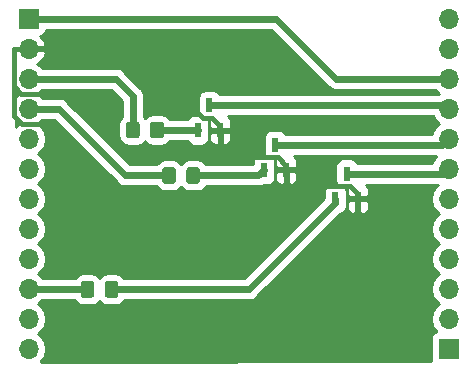
<source format=gbr>
G04 #@! TF.GenerationSoftware,KiCad,Pcbnew,(5.0.2)-1*
G04 #@! TF.CreationDate,2019-02-13T19:35:05+01:00*
G04 #@! TF.ProjectId,board,626f6172-642e-46b6-9963-61645f706362,rev?*
G04 #@! TF.SameCoordinates,PX79f0b30PY4cd61e0*
G04 #@! TF.FileFunction,Copper,L1,Top*
G04 #@! TF.FilePolarity,Positive*
%FSLAX46Y46*%
G04 Gerber Fmt 4.6, Leading zero omitted, Abs format (unit mm)*
G04 Created by KiCad (PCBNEW (5.0.2)-1) date 02/13/19 19:35:05*
%MOMM*%
%LPD*%
G01*
G04 APERTURE LIST*
G04 #@! TA.AperFunction,ComponentPad*
%ADD10O,1.700000X1.700000*%
G04 #@! TD*
G04 #@! TA.AperFunction,ComponentPad*
%ADD11R,1.700000X1.700000*%
G04 #@! TD*
G04 #@! TA.AperFunction,Conductor*
%ADD12C,0.100000*%
G04 #@! TD*
G04 #@! TA.AperFunction,SMDPad,CuDef*
%ADD13C,1.150000*%
G04 #@! TD*
G04 #@! TA.AperFunction,SMDPad,CuDef*
%ADD14R,0.600000X1.300000*%
G04 #@! TD*
G04 #@! TA.AperFunction,Conductor*
%ADD15C,0.600000*%
G04 #@! TD*
G04 #@! TA.AperFunction,Conductor*
%ADD16C,0.400000*%
G04 #@! TD*
G04 #@! TA.AperFunction,Conductor*
%ADD17C,0.254000*%
G04 #@! TD*
G04 APERTURE END LIST*
D10*
G04 #@! TO.P,J2,12*
G04 #@! TO.N,Net-(J2-Pad12)*
X37439600Y29819600D03*
G04 #@! TO.P,J2,11*
G04 #@! TO.N,Net-(J2-Pad11)*
X37439600Y27279600D03*
G04 #@! TO.P,J2,10*
G04 #@! TO.N,VCC*
X37439600Y24739600D03*
G04 #@! TO.P,J2,9*
G04 #@! TO.N,Net-(J2-Pad9)*
X37439600Y22199600D03*
G04 #@! TO.P,J2,8*
G04 #@! TO.N,Net-(J2-Pad8)*
X37439600Y19659600D03*
G04 #@! TO.P,J2,7*
G04 #@! TO.N,Net-(J2-Pad7)*
X37439600Y17119600D03*
G04 #@! TO.P,J2,6*
G04 #@! TO.N,Net-(J2-Pad6)*
X37439600Y14579600D03*
G04 #@! TO.P,J2,5*
G04 #@! TO.N,Net-(J2-Pad5)*
X37439600Y12039600D03*
G04 #@! TO.P,J2,4*
G04 #@! TO.N,Net-(J2-Pad4)*
X37439600Y9499600D03*
G04 #@! TO.P,J2,3*
G04 #@! TO.N,Net-(J2-Pad3)*
X37439600Y6959600D03*
G04 #@! TO.P,J2,2*
G04 #@! TO.N,Net-(J2-Pad2)*
X37439600Y4419600D03*
D11*
G04 #@! TO.P,J2,1*
G04 #@! TO.N,Net-(J2-Pad1)*
X37439600Y1879600D03*
G04 #@! TD*
G04 #@! TO.P,J1,1*
G04 #@! TO.N,VCC*
X1879600Y29819600D03*
D10*
G04 #@! TO.P,J1,2*
G04 #@! TO.N,GND*
X1879600Y27279600D03*
G04 #@! TO.P,J1,3*
G04 #@! TO.N,step*
X1879600Y24739600D03*
G04 #@! TO.P,J1,4*
G04 #@! TO.N,DIR*
X1879600Y22199600D03*
G04 #@! TO.P,J1,5*
G04 #@! TO.N,Net-(J1-Pad5)*
X1879600Y19659600D03*
G04 #@! TO.P,J1,6*
G04 #@! TO.N,Net-(J1-Pad6)*
X1879600Y17119600D03*
G04 #@! TO.P,J1,7*
G04 #@! TO.N,Net-(J1-Pad7)*
X1879600Y14579600D03*
G04 #@! TO.P,J1,8*
G04 #@! TO.N,Net-(J1-Pad8)*
X1879600Y12039600D03*
G04 #@! TO.P,J1,9*
G04 #@! TO.N,Net-(J1-Pad9)*
X1879600Y9499600D03*
G04 #@! TO.P,J1,10*
G04 #@! TO.N,ENA*
X1879600Y6959600D03*
G04 #@! TO.P,J1,11*
G04 #@! TO.N,Net-(J1-Pad11)*
X1879600Y4419600D03*
G04 #@! TO.P,J1,12*
G04 #@! TO.N,Net-(J1-Pad12)*
X1879600Y1879600D03*
G04 #@! TD*
D12*
G04 #@! TO.N,Net-(Q3-Pad1)*
G04 #@! TO.C,R3*
G36*
X9257505Y7607596D02*
X9281773Y7603996D01*
X9305572Y7598035D01*
X9328671Y7589770D01*
X9350850Y7579280D01*
X9371893Y7566668D01*
X9391599Y7552053D01*
X9409777Y7535577D01*
X9426253Y7517399D01*
X9440868Y7497693D01*
X9453480Y7476650D01*
X9463970Y7454471D01*
X9472235Y7431372D01*
X9478196Y7407573D01*
X9481796Y7383305D01*
X9483000Y7358801D01*
X9483000Y6458799D01*
X9481796Y6434295D01*
X9478196Y6410027D01*
X9472235Y6386228D01*
X9463970Y6363129D01*
X9453480Y6340950D01*
X9440868Y6319907D01*
X9426253Y6300201D01*
X9409777Y6282023D01*
X9391599Y6265547D01*
X9371893Y6250932D01*
X9350850Y6238320D01*
X9328671Y6227830D01*
X9305572Y6219565D01*
X9281773Y6213604D01*
X9257505Y6210004D01*
X9233001Y6208800D01*
X8582999Y6208800D01*
X8558495Y6210004D01*
X8534227Y6213604D01*
X8510428Y6219565D01*
X8487329Y6227830D01*
X8465150Y6238320D01*
X8444107Y6250932D01*
X8424401Y6265547D01*
X8406223Y6282023D01*
X8389747Y6300201D01*
X8375132Y6319907D01*
X8362520Y6340950D01*
X8352030Y6363129D01*
X8343765Y6386228D01*
X8337804Y6410027D01*
X8334204Y6434295D01*
X8333000Y6458799D01*
X8333000Y7358801D01*
X8334204Y7383305D01*
X8337804Y7407573D01*
X8343765Y7431372D01*
X8352030Y7454471D01*
X8362520Y7476650D01*
X8375132Y7497693D01*
X8389747Y7517399D01*
X8406223Y7535577D01*
X8424401Y7552053D01*
X8444107Y7566668D01*
X8465150Y7579280D01*
X8487329Y7589770D01*
X8510428Y7598035D01*
X8534227Y7603996D01*
X8558495Y7607596D01*
X8582999Y7608800D01*
X9233001Y7608800D01*
X9257505Y7607596D01*
X9257505Y7607596D01*
G37*
D13*
G04 #@! TD*
G04 #@! TO.P,R3,1*
G04 #@! TO.N,Net-(Q3-Pad1)*
X8908000Y6908800D03*
D12*
G04 #@! TO.N,ENA*
G04 #@! TO.C,R3*
G36*
X7207505Y7607596D02*
X7231773Y7603996D01*
X7255572Y7598035D01*
X7278671Y7589770D01*
X7300850Y7579280D01*
X7321893Y7566668D01*
X7341599Y7552053D01*
X7359777Y7535577D01*
X7376253Y7517399D01*
X7390868Y7497693D01*
X7403480Y7476650D01*
X7413970Y7454471D01*
X7422235Y7431372D01*
X7428196Y7407573D01*
X7431796Y7383305D01*
X7433000Y7358801D01*
X7433000Y6458799D01*
X7431796Y6434295D01*
X7428196Y6410027D01*
X7422235Y6386228D01*
X7413970Y6363129D01*
X7403480Y6340950D01*
X7390868Y6319907D01*
X7376253Y6300201D01*
X7359777Y6282023D01*
X7341599Y6265547D01*
X7321893Y6250932D01*
X7300850Y6238320D01*
X7278671Y6227830D01*
X7255572Y6219565D01*
X7231773Y6213604D01*
X7207505Y6210004D01*
X7183001Y6208800D01*
X6532999Y6208800D01*
X6508495Y6210004D01*
X6484227Y6213604D01*
X6460428Y6219565D01*
X6437329Y6227830D01*
X6415150Y6238320D01*
X6394107Y6250932D01*
X6374401Y6265547D01*
X6356223Y6282023D01*
X6339747Y6300201D01*
X6325132Y6319907D01*
X6312520Y6340950D01*
X6302030Y6363129D01*
X6293765Y6386228D01*
X6287804Y6410027D01*
X6284204Y6434295D01*
X6283000Y6458799D01*
X6283000Y7358801D01*
X6284204Y7383305D01*
X6287804Y7407573D01*
X6293765Y7431372D01*
X6302030Y7454471D01*
X6312520Y7476650D01*
X6325132Y7497693D01*
X6339747Y7517399D01*
X6356223Y7535577D01*
X6374401Y7552053D01*
X6394107Y7566668D01*
X6415150Y7579280D01*
X6437329Y7589770D01*
X6460428Y7598035D01*
X6484227Y7603996D01*
X6508495Y7607596D01*
X6532999Y7608800D01*
X7183001Y7608800D01*
X7207505Y7607596D01*
X7207505Y7607596D01*
G37*
D13*
G04 #@! TD*
G04 #@! TO.P,R3,2*
G04 #@! TO.N,ENA*
X6858000Y6908800D03*
D12*
G04 #@! TO.N,DIR*
G04 #@! TO.C,R2*
G36*
X14116305Y17259596D02*
X14140573Y17255996D01*
X14164372Y17250035D01*
X14187471Y17241770D01*
X14209650Y17231280D01*
X14230693Y17218668D01*
X14250399Y17204053D01*
X14268577Y17187577D01*
X14285053Y17169399D01*
X14299668Y17149693D01*
X14312280Y17128650D01*
X14322770Y17106471D01*
X14331035Y17083372D01*
X14336996Y17059573D01*
X14340596Y17035305D01*
X14341800Y17010801D01*
X14341800Y16110799D01*
X14340596Y16086295D01*
X14336996Y16062027D01*
X14331035Y16038228D01*
X14322770Y16015129D01*
X14312280Y15992950D01*
X14299668Y15971907D01*
X14285053Y15952201D01*
X14268577Y15934023D01*
X14250399Y15917547D01*
X14230693Y15902932D01*
X14209650Y15890320D01*
X14187471Y15879830D01*
X14164372Y15871565D01*
X14140573Y15865604D01*
X14116305Y15862004D01*
X14091801Y15860800D01*
X13441799Y15860800D01*
X13417295Y15862004D01*
X13393027Y15865604D01*
X13369228Y15871565D01*
X13346129Y15879830D01*
X13323950Y15890320D01*
X13302907Y15902932D01*
X13283201Y15917547D01*
X13265023Y15934023D01*
X13248547Y15952201D01*
X13233932Y15971907D01*
X13221320Y15992950D01*
X13210830Y16015129D01*
X13202565Y16038228D01*
X13196604Y16062027D01*
X13193004Y16086295D01*
X13191800Y16110799D01*
X13191800Y17010801D01*
X13193004Y17035305D01*
X13196604Y17059573D01*
X13202565Y17083372D01*
X13210830Y17106471D01*
X13221320Y17128650D01*
X13233932Y17149693D01*
X13248547Y17169399D01*
X13265023Y17187577D01*
X13283201Y17204053D01*
X13302907Y17218668D01*
X13323950Y17231280D01*
X13346129Y17241770D01*
X13369228Y17250035D01*
X13393027Y17255996D01*
X13417295Y17259596D01*
X13441799Y17260800D01*
X14091801Y17260800D01*
X14116305Y17259596D01*
X14116305Y17259596D01*
G37*
D13*
G04 #@! TD*
G04 #@! TO.P,R2,2*
G04 #@! TO.N,DIR*
X13766800Y16560800D03*
D12*
G04 #@! TO.N,Net-(Q2-Pad1)*
G04 #@! TO.C,R2*
G36*
X16166305Y17259596D02*
X16190573Y17255996D01*
X16214372Y17250035D01*
X16237471Y17241770D01*
X16259650Y17231280D01*
X16280693Y17218668D01*
X16300399Y17204053D01*
X16318577Y17187577D01*
X16335053Y17169399D01*
X16349668Y17149693D01*
X16362280Y17128650D01*
X16372770Y17106471D01*
X16381035Y17083372D01*
X16386996Y17059573D01*
X16390596Y17035305D01*
X16391800Y17010801D01*
X16391800Y16110799D01*
X16390596Y16086295D01*
X16386996Y16062027D01*
X16381035Y16038228D01*
X16372770Y16015129D01*
X16362280Y15992950D01*
X16349668Y15971907D01*
X16335053Y15952201D01*
X16318577Y15934023D01*
X16300399Y15917547D01*
X16280693Y15902932D01*
X16259650Y15890320D01*
X16237471Y15879830D01*
X16214372Y15871565D01*
X16190573Y15865604D01*
X16166305Y15862004D01*
X16141801Y15860800D01*
X15491799Y15860800D01*
X15467295Y15862004D01*
X15443027Y15865604D01*
X15419228Y15871565D01*
X15396129Y15879830D01*
X15373950Y15890320D01*
X15352907Y15902932D01*
X15333201Y15917547D01*
X15315023Y15934023D01*
X15298547Y15952201D01*
X15283932Y15971907D01*
X15271320Y15992950D01*
X15260830Y16015129D01*
X15252565Y16038228D01*
X15246604Y16062027D01*
X15243004Y16086295D01*
X15241800Y16110799D01*
X15241800Y17010801D01*
X15243004Y17035305D01*
X15246604Y17059573D01*
X15252565Y17083372D01*
X15260830Y17106471D01*
X15271320Y17128650D01*
X15283932Y17149693D01*
X15298547Y17169399D01*
X15315023Y17187577D01*
X15333201Y17204053D01*
X15352907Y17218668D01*
X15373950Y17231280D01*
X15396129Y17241770D01*
X15419228Y17250035D01*
X15443027Y17255996D01*
X15467295Y17259596D01*
X15491799Y17260800D01*
X16141801Y17260800D01*
X16166305Y17259596D01*
X16166305Y17259596D01*
G37*
D13*
G04 #@! TD*
G04 #@! TO.P,R2,1*
G04 #@! TO.N,Net-(Q2-Pad1)*
X15816800Y16560800D03*
D12*
G04 #@! TO.N,Net-(Q1-Pad1)*
G04 #@! TO.C,R1*
G36*
X13109305Y21120396D02*
X13133573Y21116796D01*
X13157372Y21110835D01*
X13180471Y21102570D01*
X13202650Y21092080D01*
X13223693Y21079468D01*
X13243399Y21064853D01*
X13261577Y21048377D01*
X13278053Y21030199D01*
X13292668Y21010493D01*
X13305280Y20989450D01*
X13315770Y20967271D01*
X13324035Y20944172D01*
X13329996Y20920373D01*
X13333596Y20896105D01*
X13334800Y20871601D01*
X13334800Y19971599D01*
X13333596Y19947095D01*
X13329996Y19922827D01*
X13324035Y19899028D01*
X13315770Y19875929D01*
X13305280Y19853750D01*
X13292668Y19832707D01*
X13278053Y19813001D01*
X13261577Y19794823D01*
X13243399Y19778347D01*
X13223693Y19763732D01*
X13202650Y19751120D01*
X13180471Y19740630D01*
X13157372Y19732365D01*
X13133573Y19726404D01*
X13109305Y19722804D01*
X13084801Y19721600D01*
X12434799Y19721600D01*
X12410295Y19722804D01*
X12386027Y19726404D01*
X12362228Y19732365D01*
X12339129Y19740630D01*
X12316950Y19751120D01*
X12295907Y19763732D01*
X12276201Y19778347D01*
X12258023Y19794823D01*
X12241547Y19813001D01*
X12226932Y19832707D01*
X12214320Y19853750D01*
X12203830Y19875929D01*
X12195565Y19899028D01*
X12189604Y19922827D01*
X12186004Y19947095D01*
X12184800Y19971599D01*
X12184800Y20871601D01*
X12186004Y20896105D01*
X12189604Y20920373D01*
X12195565Y20944172D01*
X12203830Y20967271D01*
X12214320Y20989450D01*
X12226932Y21010493D01*
X12241547Y21030199D01*
X12258023Y21048377D01*
X12276201Y21064853D01*
X12295907Y21079468D01*
X12316950Y21092080D01*
X12339129Y21102570D01*
X12362228Y21110835D01*
X12386027Y21116796D01*
X12410295Y21120396D01*
X12434799Y21121600D01*
X13084801Y21121600D01*
X13109305Y21120396D01*
X13109305Y21120396D01*
G37*
D13*
G04 #@! TD*
G04 #@! TO.P,R1,1*
G04 #@! TO.N,Net-(Q1-Pad1)*
X12759800Y20421600D03*
D12*
G04 #@! TO.N,step*
G04 #@! TO.C,R1*
G36*
X11059305Y21120396D02*
X11083573Y21116796D01*
X11107372Y21110835D01*
X11130471Y21102570D01*
X11152650Y21092080D01*
X11173693Y21079468D01*
X11193399Y21064853D01*
X11211577Y21048377D01*
X11228053Y21030199D01*
X11242668Y21010493D01*
X11255280Y20989450D01*
X11265770Y20967271D01*
X11274035Y20944172D01*
X11279996Y20920373D01*
X11283596Y20896105D01*
X11284800Y20871601D01*
X11284800Y19971599D01*
X11283596Y19947095D01*
X11279996Y19922827D01*
X11274035Y19899028D01*
X11265770Y19875929D01*
X11255280Y19853750D01*
X11242668Y19832707D01*
X11228053Y19813001D01*
X11211577Y19794823D01*
X11193399Y19778347D01*
X11173693Y19763732D01*
X11152650Y19751120D01*
X11130471Y19740630D01*
X11107372Y19732365D01*
X11083573Y19726404D01*
X11059305Y19722804D01*
X11034801Y19721600D01*
X10384799Y19721600D01*
X10360295Y19722804D01*
X10336027Y19726404D01*
X10312228Y19732365D01*
X10289129Y19740630D01*
X10266950Y19751120D01*
X10245907Y19763732D01*
X10226201Y19778347D01*
X10208023Y19794823D01*
X10191547Y19813001D01*
X10176932Y19832707D01*
X10164320Y19853750D01*
X10153830Y19875929D01*
X10145565Y19899028D01*
X10139604Y19922827D01*
X10136004Y19947095D01*
X10134800Y19971599D01*
X10134800Y20871601D01*
X10136004Y20896105D01*
X10139604Y20920373D01*
X10145565Y20944172D01*
X10153830Y20967271D01*
X10164320Y20989450D01*
X10176932Y21010493D01*
X10191547Y21030199D01*
X10208023Y21048377D01*
X10226201Y21064853D01*
X10245907Y21079468D01*
X10266950Y21092080D01*
X10289129Y21102570D01*
X10312228Y21110835D01*
X10336027Y21116796D01*
X10360295Y21120396D01*
X10384799Y21121600D01*
X11034801Y21121600D01*
X11059305Y21120396D01*
X11059305Y21120396D01*
G37*
D13*
G04 #@! TD*
G04 #@! TO.P,R1,2*
G04 #@! TO.N,step*
X10709800Y20421600D03*
D14*
G04 #@! TO.P,Q3,3*
G04 #@! TO.N,Net-(J2-Pad7)*
X28803600Y16696400D03*
G04 #@! TO.P,Q3,2*
G04 #@! TO.N,GND*
X29753600Y14596400D03*
G04 #@! TO.P,Q3,1*
G04 #@! TO.N,Net-(Q3-Pad1)*
X27853600Y14596400D03*
G04 #@! TD*
G04 #@! TO.P,Q2,1*
G04 #@! TO.N,Net-(Q2-Pad1)*
X21808400Y17034800D03*
G04 #@! TO.P,Q2,2*
G04 #@! TO.N,GND*
X23708400Y17034800D03*
G04 #@! TO.P,Q2,3*
G04 #@! TO.N,Net-(J2-Pad8)*
X22758400Y19134800D03*
G04 #@! TD*
G04 #@! TO.P,Q1,3*
G04 #@! TO.N,Net-(J2-Pad9)*
X17170400Y22487600D03*
G04 #@! TO.P,Q1,2*
G04 #@! TO.N,GND*
X18120400Y20387600D03*
G04 #@! TO.P,Q1,1*
G04 #@! TO.N,Net-(Q1-Pad1)*
X16220400Y20387600D03*
G04 #@! TD*
D15*
G04 #@! TO.N,Net-(J2-Pad9)*
X37151600Y22487600D02*
X37439600Y22199600D01*
X17170400Y22487600D02*
X37151600Y22487600D01*
D16*
G04 #@! TO.N,GND*
X24408400Y17034800D02*
X23708400Y17034800D01*
X25796800Y15646400D02*
X24408400Y17034800D01*
X29053600Y15646400D02*
X25796800Y15646400D01*
X29753600Y14946400D02*
X29053600Y15646400D01*
X29753600Y14596400D02*
X29753600Y14946400D01*
X18820400Y20387600D02*
X18120400Y20387600D01*
X21123200Y18084800D02*
X18820400Y20387600D01*
X23008400Y18084800D02*
X21123200Y18084800D01*
X23708400Y17384800D02*
X23008400Y18084800D01*
X23708400Y17034800D02*
X23708400Y17384800D01*
X17420400Y21437600D02*
X16662400Y21437600D01*
X18120400Y20387600D02*
X18120400Y20737600D01*
X18120400Y20737600D02*
X17420400Y21437600D01*
X10820400Y27279600D02*
X1879600Y27279600D01*
X16662400Y21437600D02*
X10820400Y27279600D01*
X677519Y27279600D02*
X609600Y27211681D01*
X1879600Y27279600D02*
X677519Y27279600D01*
X1279599Y23489599D02*
X3880799Y23489599D01*
X609600Y27211681D02*
X609600Y24159598D01*
X609600Y24159598D02*
X1279599Y23489599D01*
X609600Y21619598D02*
X1299598Y20929600D01*
X609600Y24159598D02*
X609600Y21619598D01*
X1299598Y20929600D02*
X3454400Y20929600D01*
D15*
G04 #@! TO.N,Net-(Q1-Pad1)*
X16186400Y20421600D02*
X16220400Y20387600D01*
X12759800Y20421600D02*
X16186400Y20421600D01*
G04 #@! TO.N,Net-(Q2-Pad1)*
X21334400Y16560800D02*
X21808400Y17034800D01*
X15816800Y16560800D02*
X21334400Y16560800D01*
G04 #@! TO.N,Net-(J2-Pad8)*
X36914800Y19134800D02*
X37439600Y19659600D01*
X22758400Y19134800D02*
X36914800Y19134800D01*
G04 #@! TO.N,Net-(J2-Pad7)*
X37016400Y16696400D02*
X37439600Y17119600D01*
X28803600Y16696400D02*
X37016400Y16696400D01*
G04 #@! TO.N,Net-(Q3-Pad1)*
X27853600Y14246400D02*
X27853600Y14596400D01*
X20516000Y6908800D02*
X27853600Y14246400D01*
X8908000Y6908800D02*
X20516000Y6908800D01*
G04 #@! TO.N,step*
X10709800Y23275400D02*
X10709800Y20421600D01*
X1879600Y24739600D02*
X9245600Y24739600D01*
X9245600Y24739600D02*
X10709800Y23275400D01*
G04 #@! TO.N,DIR*
X4419600Y22199600D02*
X10058400Y16560800D01*
X1879600Y22199600D02*
X4419600Y22199600D01*
X13766800Y16560800D02*
X10058400Y16560800D01*
G04 #@! TO.N,ENA*
X6807200Y6959600D02*
X6858000Y6908800D01*
X1879600Y6959600D02*
X6807200Y6959600D01*
G04 #@! TO.N,VCC*
X1879600Y29819600D02*
X22809200Y29819600D01*
X27889200Y24739600D02*
X37439600Y24739600D01*
X22809200Y29819600D02*
X27889200Y24739600D01*
G04 #@! TD*
D17*
G04 #@! TO.N,GND*
G36*
X36368975Y15650225D02*
X36040761Y15159018D01*
X35925508Y14579600D01*
X36040761Y14000182D01*
X36368975Y13508975D01*
X36667361Y13309600D01*
X36368975Y13110225D01*
X36040761Y12619018D01*
X35925508Y12039600D01*
X36040761Y11460182D01*
X36368975Y10968975D01*
X36667361Y10769600D01*
X36368975Y10570225D01*
X36040761Y10079018D01*
X35925508Y9499600D01*
X36040761Y8920182D01*
X36368975Y8428975D01*
X36667361Y8229600D01*
X36368975Y8030225D01*
X36040761Y7539018D01*
X35925508Y6959600D01*
X36040761Y6380182D01*
X36368975Y5888975D01*
X36667361Y5689600D01*
X36368975Y5490225D01*
X36040761Y4999018D01*
X35925508Y4419600D01*
X36040761Y3840182D01*
X36368975Y3348975D01*
X36387219Y3336784D01*
X36341835Y3327757D01*
X36131791Y3187409D01*
X35991443Y2977365D01*
X35942160Y2729600D01*
X35942160Y1029600D01*
X35972167Y878742D01*
X2926680Y793243D01*
X2950225Y808975D01*
X3278439Y1300182D01*
X3393692Y1879600D01*
X3278439Y2459018D01*
X2950225Y2950225D01*
X2651839Y3149600D01*
X2950225Y3348975D01*
X3278439Y3840182D01*
X3393692Y4419600D01*
X3278439Y4999018D01*
X2950225Y5490225D01*
X2651839Y5689600D01*
X2950225Y5888975D01*
X3040847Y6024600D01*
X5764520Y6024600D01*
X5898414Y5824214D01*
X6189564Y5629673D01*
X6532999Y5561360D01*
X7183001Y5561360D01*
X7526436Y5629673D01*
X7817586Y5824214D01*
X7883000Y5922113D01*
X7948414Y5824214D01*
X8239564Y5629673D01*
X8582999Y5561360D01*
X9233001Y5561360D01*
X9576436Y5629673D01*
X9867586Y5824214D01*
X9967537Y5973800D01*
X20423914Y5973800D01*
X20516000Y5955483D01*
X20608086Y5973800D01*
X20880819Y6028050D01*
X21190097Y6234703D01*
X21242261Y6312772D01*
X28247035Y13317545D01*
X28401365Y13348243D01*
X28611409Y13488591D01*
X28751757Y13698635D01*
X28801040Y13946400D01*
X28801040Y14216858D01*
X28806916Y14246399D01*
X28801040Y14275940D01*
X28801040Y14310650D01*
X28818600Y14310650D01*
X28818600Y13820091D01*
X28915273Y13586702D01*
X29093901Y13408073D01*
X29327290Y13311400D01*
X29467850Y13311400D01*
X29626600Y13470150D01*
X29626600Y14469400D01*
X29880600Y14469400D01*
X29880600Y13470150D01*
X30039350Y13311400D01*
X30179910Y13311400D01*
X30413299Y13408073D01*
X30591927Y13586702D01*
X30688600Y13820091D01*
X30688600Y14310650D01*
X30529850Y14469400D01*
X29880600Y14469400D01*
X29626600Y14469400D01*
X28977350Y14469400D01*
X28818600Y14310650D01*
X28801040Y14310650D01*
X28801040Y15246400D01*
X28770694Y15398960D01*
X28829474Y15398960D01*
X28818600Y15372709D01*
X28818600Y14882150D01*
X28977350Y14723400D01*
X29626600Y14723400D01*
X29626600Y14743400D01*
X29880600Y14743400D01*
X29880600Y14723400D01*
X30529850Y14723400D01*
X30688600Y14882150D01*
X30688600Y15372709D01*
X30591927Y15606098D01*
X30436626Y15761400D01*
X36535360Y15761400D01*
X36368975Y15650225D01*
X36368975Y15650225D01*
G37*
X36368975Y15650225D02*
X36040761Y15159018D01*
X35925508Y14579600D01*
X36040761Y14000182D01*
X36368975Y13508975D01*
X36667361Y13309600D01*
X36368975Y13110225D01*
X36040761Y12619018D01*
X35925508Y12039600D01*
X36040761Y11460182D01*
X36368975Y10968975D01*
X36667361Y10769600D01*
X36368975Y10570225D01*
X36040761Y10079018D01*
X35925508Y9499600D01*
X36040761Y8920182D01*
X36368975Y8428975D01*
X36667361Y8229600D01*
X36368975Y8030225D01*
X36040761Y7539018D01*
X35925508Y6959600D01*
X36040761Y6380182D01*
X36368975Y5888975D01*
X36667361Y5689600D01*
X36368975Y5490225D01*
X36040761Y4999018D01*
X35925508Y4419600D01*
X36040761Y3840182D01*
X36368975Y3348975D01*
X36387219Y3336784D01*
X36341835Y3327757D01*
X36131791Y3187409D01*
X35991443Y2977365D01*
X35942160Y2729600D01*
X35942160Y1029600D01*
X35972167Y878742D01*
X2926680Y793243D01*
X2950225Y808975D01*
X3278439Y1300182D01*
X3393692Y1879600D01*
X3278439Y2459018D01*
X2950225Y2950225D01*
X2651839Y3149600D01*
X2950225Y3348975D01*
X3278439Y3840182D01*
X3393692Y4419600D01*
X3278439Y4999018D01*
X2950225Y5490225D01*
X2651839Y5689600D01*
X2950225Y5888975D01*
X3040847Y6024600D01*
X5764520Y6024600D01*
X5898414Y5824214D01*
X6189564Y5629673D01*
X6532999Y5561360D01*
X7183001Y5561360D01*
X7526436Y5629673D01*
X7817586Y5824214D01*
X7883000Y5922113D01*
X7948414Y5824214D01*
X8239564Y5629673D01*
X8582999Y5561360D01*
X9233001Y5561360D01*
X9576436Y5629673D01*
X9867586Y5824214D01*
X9967537Y5973800D01*
X20423914Y5973800D01*
X20516000Y5955483D01*
X20608086Y5973800D01*
X20880819Y6028050D01*
X21190097Y6234703D01*
X21242261Y6312772D01*
X28247035Y13317545D01*
X28401365Y13348243D01*
X28611409Y13488591D01*
X28751757Y13698635D01*
X28801040Y13946400D01*
X28801040Y14216858D01*
X28806916Y14246399D01*
X28801040Y14275940D01*
X28801040Y14310650D01*
X28818600Y14310650D01*
X28818600Y13820091D01*
X28915273Y13586702D01*
X29093901Y13408073D01*
X29327290Y13311400D01*
X29467850Y13311400D01*
X29626600Y13470150D01*
X29626600Y14469400D01*
X29880600Y14469400D01*
X29880600Y13470150D01*
X30039350Y13311400D01*
X30179910Y13311400D01*
X30413299Y13408073D01*
X30591927Y13586702D01*
X30688600Y13820091D01*
X30688600Y14310650D01*
X30529850Y14469400D01*
X29880600Y14469400D01*
X29626600Y14469400D01*
X28977350Y14469400D01*
X28818600Y14310650D01*
X28801040Y14310650D01*
X28801040Y15246400D01*
X28770694Y15398960D01*
X28829474Y15398960D01*
X28818600Y15372709D01*
X28818600Y14882150D01*
X28977350Y14723400D01*
X29626600Y14723400D01*
X29626600Y14743400D01*
X29880600Y14743400D01*
X29880600Y14723400D01*
X30529850Y14723400D01*
X30688600Y14882150D01*
X30688600Y15372709D01*
X30591927Y15606098D01*
X30436626Y15761400D01*
X36535360Y15761400D01*
X36368975Y15650225D01*
G36*
X9332141Y15964769D02*
X9384303Y15886703D01*
X9693581Y15680050D01*
X9966314Y15625800D01*
X9966318Y15625800D01*
X10058399Y15607484D01*
X10150480Y15625800D01*
X12707263Y15625800D01*
X12807214Y15476214D01*
X13098364Y15281673D01*
X13441799Y15213360D01*
X14091801Y15213360D01*
X14435236Y15281673D01*
X14726386Y15476214D01*
X14791800Y15574113D01*
X14857214Y15476214D01*
X15148364Y15281673D01*
X15491799Y15213360D01*
X16141801Y15213360D01*
X16485236Y15281673D01*
X16776386Y15476214D01*
X16876337Y15625800D01*
X21242314Y15625800D01*
X21334400Y15607483D01*
X21426486Y15625800D01*
X21699219Y15680050D01*
X21784989Y15737360D01*
X22108400Y15737360D01*
X22356165Y15786643D01*
X22566209Y15926991D01*
X22706557Y16137035D01*
X22755840Y16384800D01*
X22755840Y16749050D01*
X22773400Y16749050D01*
X22773400Y16258491D01*
X22870073Y16025102D01*
X23048701Y15846473D01*
X23282090Y15749800D01*
X23422650Y15749800D01*
X23581400Y15908550D01*
X23581400Y16907800D01*
X23835400Y16907800D01*
X23835400Y15908550D01*
X23994150Y15749800D01*
X24134710Y15749800D01*
X24368099Y15846473D01*
X24546727Y16025102D01*
X24643400Y16258491D01*
X24643400Y16749050D01*
X24484650Y16907800D01*
X23835400Y16907800D01*
X23581400Y16907800D01*
X22932150Y16907800D01*
X22773400Y16749050D01*
X22755840Y16749050D01*
X22755840Y17005258D01*
X22761716Y17034799D01*
X22755840Y17064340D01*
X22755840Y17684800D01*
X22725494Y17837360D01*
X22784274Y17837360D01*
X22773400Y17811109D01*
X22773400Y17320550D01*
X22932150Y17161800D01*
X23581400Y17161800D01*
X23581400Y17181800D01*
X23835400Y17181800D01*
X23835400Y17161800D01*
X24484650Y17161800D01*
X24643400Y17320550D01*
X24643400Y17811109D01*
X24546727Y18044498D01*
X24391426Y18199800D01*
X36383305Y18199800D01*
X36368975Y18190225D01*
X36040761Y17699018D01*
X36027311Y17631400D01*
X29676877Y17631400D01*
X29561409Y17804209D01*
X29351365Y17944557D01*
X29103600Y17993840D01*
X28503600Y17993840D01*
X28255835Y17944557D01*
X28045791Y17804209D01*
X27905443Y17594165D01*
X27856160Y17346400D01*
X27856160Y16725946D01*
X27850283Y16696400D01*
X27856160Y16666854D01*
X27856160Y16046400D01*
X27886506Y15893840D01*
X27553600Y15893840D01*
X27305835Y15844557D01*
X27095791Y15704209D01*
X26955443Y15494165D01*
X26906160Y15246400D01*
X26906160Y14621250D01*
X20128711Y7843800D01*
X9967537Y7843800D01*
X9867586Y7993386D01*
X9576436Y8187927D01*
X9233001Y8256240D01*
X8582999Y8256240D01*
X8239564Y8187927D01*
X7948414Y7993386D01*
X7883000Y7895487D01*
X7817586Y7993386D01*
X7526436Y8187927D01*
X7183001Y8256240D01*
X6532999Y8256240D01*
X6189564Y8187927D01*
X5898414Y7993386D01*
X5832407Y7894600D01*
X3040847Y7894600D01*
X2950225Y8030225D01*
X2651839Y8229600D01*
X2950225Y8428975D01*
X3278439Y8920182D01*
X3393692Y9499600D01*
X3278439Y10079018D01*
X2950225Y10570225D01*
X2651839Y10769600D01*
X2950225Y10968975D01*
X3278439Y11460182D01*
X3393692Y12039600D01*
X3278439Y12619018D01*
X2950225Y13110225D01*
X2651839Y13309600D01*
X2950225Y13508975D01*
X3278439Y14000182D01*
X3393692Y14579600D01*
X3278439Y15159018D01*
X2950225Y15650225D01*
X2651839Y15849600D01*
X2950225Y16048975D01*
X3278439Y16540182D01*
X3393692Y17119600D01*
X3278439Y17699018D01*
X2950225Y18190225D01*
X2651839Y18389600D01*
X2950225Y18588975D01*
X3278439Y19080182D01*
X3393692Y19659600D01*
X3278439Y20239018D01*
X2950225Y20730225D01*
X2651839Y20929600D01*
X2950225Y21128975D01*
X3040847Y21264600D01*
X4032311Y21264600D01*
X9332141Y15964769D01*
X9332141Y15964769D01*
G37*
X9332141Y15964769D02*
X9384303Y15886703D01*
X9693581Y15680050D01*
X9966314Y15625800D01*
X9966318Y15625800D01*
X10058399Y15607484D01*
X10150480Y15625800D01*
X12707263Y15625800D01*
X12807214Y15476214D01*
X13098364Y15281673D01*
X13441799Y15213360D01*
X14091801Y15213360D01*
X14435236Y15281673D01*
X14726386Y15476214D01*
X14791800Y15574113D01*
X14857214Y15476214D01*
X15148364Y15281673D01*
X15491799Y15213360D01*
X16141801Y15213360D01*
X16485236Y15281673D01*
X16776386Y15476214D01*
X16876337Y15625800D01*
X21242314Y15625800D01*
X21334400Y15607483D01*
X21426486Y15625800D01*
X21699219Y15680050D01*
X21784989Y15737360D01*
X22108400Y15737360D01*
X22356165Y15786643D01*
X22566209Y15926991D01*
X22706557Y16137035D01*
X22755840Y16384800D01*
X22755840Y16749050D01*
X22773400Y16749050D01*
X22773400Y16258491D01*
X22870073Y16025102D01*
X23048701Y15846473D01*
X23282090Y15749800D01*
X23422650Y15749800D01*
X23581400Y15908550D01*
X23581400Y16907800D01*
X23835400Y16907800D01*
X23835400Y15908550D01*
X23994150Y15749800D01*
X24134710Y15749800D01*
X24368099Y15846473D01*
X24546727Y16025102D01*
X24643400Y16258491D01*
X24643400Y16749050D01*
X24484650Y16907800D01*
X23835400Y16907800D01*
X23581400Y16907800D01*
X22932150Y16907800D01*
X22773400Y16749050D01*
X22755840Y16749050D01*
X22755840Y17005258D01*
X22761716Y17034799D01*
X22755840Y17064340D01*
X22755840Y17684800D01*
X22725494Y17837360D01*
X22784274Y17837360D01*
X22773400Y17811109D01*
X22773400Y17320550D01*
X22932150Y17161800D01*
X23581400Y17161800D01*
X23581400Y17181800D01*
X23835400Y17181800D01*
X23835400Y17161800D01*
X24484650Y17161800D01*
X24643400Y17320550D01*
X24643400Y17811109D01*
X24546727Y18044498D01*
X24391426Y18199800D01*
X36383305Y18199800D01*
X36368975Y18190225D01*
X36040761Y17699018D01*
X36027311Y17631400D01*
X29676877Y17631400D01*
X29561409Y17804209D01*
X29351365Y17944557D01*
X29103600Y17993840D01*
X28503600Y17993840D01*
X28255835Y17944557D01*
X28045791Y17804209D01*
X27905443Y17594165D01*
X27856160Y17346400D01*
X27856160Y16725946D01*
X27850283Y16696400D01*
X27856160Y16666854D01*
X27856160Y16046400D01*
X27886506Y15893840D01*
X27553600Y15893840D01*
X27305835Y15844557D01*
X27095791Y15704209D01*
X26955443Y15494165D01*
X26906160Y15246400D01*
X26906160Y14621250D01*
X20128711Y7843800D01*
X9967537Y7843800D01*
X9867586Y7993386D01*
X9576436Y8187927D01*
X9233001Y8256240D01*
X8582999Y8256240D01*
X8239564Y8187927D01*
X7948414Y7993386D01*
X7883000Y7895487D01*
X7817586Y7993386D01*
X7526436Y8187927D01*
X7183001Y8256240D01*
X6532999Y8256240D01*
X6189564Y8187927D01*
X5898414Y7993386D01*
X5832407Y7894600D01*
X3040847Y7894600D01*
X2950225Y8030225D01*
X2651839Y8229600D01*
X2950225Y8428975D01*
X3278439Y8920182D01*
X3393692Y9499600D01*
X3278439Y10079018D01*
X2950225Y10570225D01*
X2651839Y10769600D01*
X2950225Y10968975D01*
X3278439Y11460182D01*
X3393692Y12039600D01*
X3278439Y12619018D01*
X2950225Y13110225D01*
X2651839Y13309600D01*
X2950225Y13508975D01*
X3278439Y14000182D01*
X3393692Y14579600D01*
X3278439Y15159018D01*
X2950225Y15650225D01*
X2651839Y15849600D01*
X2950225Y16048975D01*
X3278439Y16540182D01*
X3393692Y17119600D01*
X3278439Y17699018D01*
X2950225Y18190225D01*
X2651839Y18389600D01*
X2950225Y18588975D01*
X3278439Y19080182D01*
X3393692Y19659600D01*
X3278439Y20239018D01*
X2950225Y20730225D01*
X2651839Y20929600D01*
X2950225Y21128975D01*
X3040847Y21264600D01*
X4032311Y21264600D01*
X9332141Y15964769D01*
G36*
X9774800Y22888110D02*
X9774801Y21522614D01*
X9750214Y21506186D01*
X9555673Y21215036D01*
X9487360Y20871601D01*
X9487360Y19971599D01*
X9555673Y19628164D01*
X9750214Y19337014D01*
X10041364Y19142473D01*
X10384799Y19074160D01*
X11034801Y19074160D01*
X11378236Y19142473D01*
X11669386Y19337014D01*
X11734800Y19434913D01*
X11800214Y19337014D01*
X12091364Y19142473D01*
X12434799Y19074160D01*
X13084801Y19074160D01*
X13428236Y19142473D01*
X13719386Y19337014D01*
X13819337Y19486600D01*
X15324405Y19486600D01*
X15462591Y19279791D01*
X15672635Y19139443D01*
X15920400Y19090160D01*
X16520400Y19090160D01*
X16768165Y19139443D01*
X16978209Y19279791D01*
X17118557Y19489835D01*
X17167840Y19737600D01*
X17167840Y20101850D01*
X17185400Y20101850D01*
X17185400Y19611291D01*
X17282073Y19377902D01*
X17460701Y19199273D01*
X17694090Y19102600D01*
X17834650Y19102600D01*
X17993400Y19261350D01*
X17993400Y20260600D01*
X18247400Y20260600D01*
X18247400Y19261350D01*
X18406150Y19102600D01*
X18546710Y19102600D01*
X18780099Y19199273D01*
X18958727Y19377902D01*
X19055400Y19611291D01*
X19055400Y20101850D01*
X18896650Y20260600D01*
X18247400Y20260600D01*
X17993400Y20260600D01*
X17344150Y20260600D01*
X17185400Y20101850D01*
X17167840Y20101850D01*
X17167840Y20358060D01*
X17173716Y20387601D01*
X17167840Y20417142D01*
X17167840Y21037600D01*
X17137494Y21190160D01*
X17196274Y21190160D01*
X17185400Y21163909D01*
X17185400Y20673350D01*
X17344150Y20514600D01*
X17993400Y20514600D01*
X17993400Y20534600D01*
X18247400Y20534600D01*
X18247400Y20514600D01*
X18896650Y20514600D01*
X19055400Y20673350D01*
X19055400Y21163909D01*
X18958727Y21397298D01*
X18803426Y21552600D01*
X36085918Y21552600D01*
X36368975Y21128975D01*
X36667361Y20929600D01*
X36368975Y20730225D01*
X36040761Y20239018D01*
X36007102Y20069800D01*
X23631677Y20069800D01*
X23516209Y20242609D01*
X23306165Y20382957D01*
X23058400Y20432240D01*
X22458400Y20432240D01*
X22210635Y20382957D01*
X22000591Y20242609D01*
X21860243Y20032565D01*
X21810960Y19784800D01*
X21810960Y19164346D01*
X21805083Y19134800D01*
X21810960Y19105254D01*
X21810960Y18484800D01*
X21841306Y18332240D01*
X21508400Y18332240D01*
X21260635Y18282957D01*
X21050591Y18142609D01*
X20910243Y17932565D01*
X20860960Y17684800D01*
X20860960Y17495800D01*
X16876337Y17495800D01*
X16776386Y17645386D01*
X16485236Y17839927D01*
X16141801Y17908240D01*
X15491799Y17908240D01*
X15148364Y17839927D01*
X14857214Y17645386D01*
X14791800Y17547487D01*
X14726386Y17645386D01*
X14435236Y17839927D01*
X14091801Y17908240D01*
X13441799Y17908240D01*
X13098364Y17839927D01*
X12807214Y17645386D01*
X12707263Y17495800D01*
X10445690Y17495800D01*
X5145860Y22795629D01*
X5093697Y22873697D01*
X4784419Y23080350D01*
X4511686Y23134600D01*
X4419600Y23152917D01*
X4327514Y23134600D01*
X3040847Y23134600D01*
X2950225Y23270225D01*
X2651839Y23469600D01*
X2950225Y23668975D01*
X3040847Y23804600D01*
X8858311Y23804600D01*
X9774800Y22888110D01*
X9774800Y22888110D01*
G37*
X9774800Y22888110D02*
X9774801Y21522614D01*
X9750214Y21506186D01*
X9555673Y21215036D01*
X9487360Y20871601D01*
X9487360Y19971599D01*
X9555673Y19628164D01*
X9750214Y19337014D01*
X10041364Y19142473D01*
X10384799Y19074160D01*
X11034801Y19074160D01*
X11378236Y19142473D01*
X11669386Y19337014D01*
X11734800Y19434913D01*
X11800214Y19337014D01*
X12091364Y19142473D01*
X12434799Y19074160D01*
X13084801Y19074160D01*
X13428236Y19142473D01*
X13719386Y19337014D01*
X13819337Y19486600D01*
X15324405Y19486600D01*
X15462591Y19279791D01*
X15672635Y19139443D01*
X15920400Y19090160D01*
X16520400Y19090160D01*
X16768165Y19139443D01*
X16978209Y19279791D01*
X17118557Y19489835D01*
X17167840Y19737600D01*
X17167840Y20101850D01*
X17185400Y20101850D01*
X17185400Y19611291D01*
X17282073Y19377902D01*
X17460701Y19199273D01*
X17694090Y19102600D01*
X17834650Y19102600D01*
X17993400Y19261350D01*
X17993400Y20260600D01*
X18247400Y20260600D01*
X18247400Y19261350D01*
X18406150Y19102600D01*
X18546710Y19102600D01*
X18780099Y19199273D01*
X18958727Y19377902D01*
X19055400Y19611291D01*
X19055400Y20101850D01*
X18896650Y20260600D01*
X18247400Y20260600D01*
X17993400Y20260600D01*
X17344150Y20260600D01*
X17185400Y20101850D01*
X17167840Y20101850D01*
X17167840Y20358060D01*
X17173716Y20387601D01*
X17167840Y20417142D01*
X17167840Y21037600D01*
X17137494Y21190160D01*
X17196274Y21190160D01*
X17185400Y21163909D01*
X17185400Y20673350D01*
X17344150Y20514600D01*
X17993400Y20514600D01*
X17993400Y20534600D01*
X18247400Y20534600D01*
X18247400Y20514600D01*
X18896650Y20514600D01*
X19055400Y20673350D01*
X19055400Y21163909D01*
X18958727Y21397298D01*
X18803426Y21552600D01*
X36085918Y21552600D01*
X36368975Y21128975D01*
X36667361Y20929600D01*
X36368975Y20730225D01*
X36040761Y20239018D01*
X36007102Y20069800D01*
X23631677Y20069800D01*
X23516209Y20242609D01*
X23306165Y20382957D01*
X23058400Y20432240D01*
X22458400Y20432240D01*
X22210635Y20382957D01*
X22000591Y20242609D01*
X21860243Y20032565D01*
X21810960Y19784800D01*
X21810960Y19164346D01*
X21805083Y19134800D01*
X21810960Y19105254D01*
X21810960Y18484800D01*
X21841306Y18332240D01*
X21508400Y18332240D01*
X21260635Y18282957D01*
X21050591Y18142609D01*
X20910243Y17932565D01*
X20860960Y17684800D01*
X20860960Y17495800D01*
X16876337Y17495800D01*
X16776386Y17645386D01*
X16485236Y17839927D01*
X16141801Y17908240D01*
X15491799Y17908240D01*
X15148364Y17839927D01*
X14857214Y17645386D01*
X14791800Y17547487D01*
X14726386Y17645386D01*
X14435236Y17839927D01*
X14091801Y17908240D01*
X13441799Y17908240D01*
X13098364Y17839927D01*
X12807214Y17645386D01*
X12707263Y17495800D01*
X10445690Y17495800D01*
X5145860Y22795629D01*
X5093697Y22873697D01*
X4784419Y23080350D01*
X4511686Y23134600D01*
X4419600Y23152917D01*
X4327514Y23134600D01*
X3040847Y23134600D01*
X2950225Y23270225D01*
X2651839Y23469600D01*
X2950225Y23668975D01*
X3040847Y23804600D01*
X8858311Y23804600D01*
X9774800Y22888110D01*
G36*
X808975Y21128975D02*
X1107361Y20929600D01*
X808975Y20730225D01*
X785800Y20695541D01*
X785800Y21163659D01*
X808975Y21128975D01*
X808975Y21128975D01*
G37*
X808975Y21128975D02*
X1107361Y20929600D01*
X808975Y20730225D01*
X785800Y20695541D01*
X785800Y21163659D01*
X808975Y21128975D01*
G36*
X27162940Y24143570D02*
X27215103Y24065503D01*
X27293169Y24013341D01*
X27524381Y23858850D01*
X27889200Y23786283D01*
X27981286Y23804600D01*
X36278353Y23804600D01*
X36368975Y23668975D01*
X36667361Y23469600D01*
X36597020Y23422600D01*
X18043677Y23422600D01*
X17928209Y23595409D01*
X17718165Y23735757D01*
X17470400Y23785040D01*
X16870400Y23785040D01*
X16622635Y23735757D01*
X16412591Y23595409D01*
X16272243Y23385365D01*
X16222960Y23137600D01*
X16222960Y22517146D01*
X16217083Y22487600D01*
X16222960Y22458054D01*
X16222960Y21837600D01*
X16253306Y21685040D01*
X15920400Y21685040D01*
X15672635Y21635757D01*
X15462591Y21495409D01*
X15369841Y21356600D01*
X13819337Y21356600D01*
X13719386Y21506186D01*
X13428236Y21700727D01*
X13084801Y21769040D01*
X12434799Y21769040D01*
X12091364Y21700727D01*
X11800214Y21506186D01*
X11734800Y21408287D01*
X11669386Y21506186D01*
X11644800Y21522614D01*
X11644800Y23183320D01*
X11663116Y23275401D01*
X11644800Y23367482D01*
X11644800Y23367486D01*
X11590550Y23640219D01*
X11383897Y23949497D01*
X11305831Y24001659D01*
X9971861Y25335628D01*
X9919697Y25413697D01*
X9610419Y25620350D01*
X9337686Y25674600D01*
X9245600Y25692917D01*
X9153514Y25674600D01*
X3040847Y25674600D01*
X2950225Y25810225D01*
X2631122Y26023443D01*
X2760958Y26084417D01*
X3151245Y26512676D01*
X3321076Y26922710D01*
X3199755Y27152600D01*
X2006600Y27152600D01*
X2006600Y27132600D01*
X1752600Y27132600D01*
X1752600Y27152600D01*
X1732600Y27152600D01*
X1732600Y27406600D01*
X1752600Y27406600D01*
X1752600Y27426600D01*
X2006600Y27426600D01*
X2006600Y27406600D01*
X3199755Y27406600D01*
X3321076Y27636490D01*
X3151245Y28046524D01*
X2873892Y28350861D01*
X2977365Y28371443D01*
X3187409Y28511791D01*
X3327757Y28721835D01*
X3360133Y28884600D01*
X22421911Y28884600D01*
X27162940Y24143570D01*
X27162940Y24143570D01*
G37*
X27162940Y24143570D02*
X27215103Y24065503D01*
X27293169Y24013341D01*
X27524381Y23858850D01*
X27889200Y23786283D01*
X27981286Y23804600D01*
X36278353Y23804600D01*
X36368975Y23668975D01*
X36667361Y23469600D01*
X36597020Y23422600D01*
X18043677Y23422600D01*
X17928209Y23595409D01*
X17718165Y23735757D01*
X17470400Y23785040D01*
X16870400Y23785040D01*
X16622635Y23735757D01*
X16412591Y23595409D01*
X16272243Y23385365D01*
X16222960Y23137600D01*
X16222960Y22517146D01*
X16217083Y22487600D01*
X16222960Y22458054D01*
X16222960Y21837600D01*
X16253306Y21685040D01*
X15920400Y21685040D01*
X15672635Y21635757D01*
X15462591Y21495409D01*
X15369841Y21356600D01*
X13819337Y21356600D01*
X13719386Y21506186D01*
X13428236Y21700727D01*
X13084801Y21769040D01*
X12434799Y21769040D01*
X12091364Y21700727D01*
X11800214Y21506186D01*
X11734800Y21408287D01*
X11669386Y21506186D01*
X11644800Y21522614D01*
X11644800Y23183320D01*
X11663116Y23275401D01*
X11644800Y23367482D01*
X11644800Y23367486D01*
X11590550Y23640219D01*
X11383897Y23949497D01*
X11305831Y24001659D01*
X9971861Y25335628D01*
X9919697Y25413697D01*
X9610419Y25620350D01*
X9337686Y25674600D01*
X9245600Y25692917D01*
X9153514Y25674600D01*
X3040847Y25674600D01*
X2950225Y25810225D01*
X2631122Y26023443D01*
X2760958Y26084417D01*
X3151245Y26512676D01*
X3321076Y26922710D01*
X3199755Y27152600D01*
X2006600Y27152600D01*
X2006600Y27132600D01*
X1752600Y27132600D01*
X1752600Y27152600D01*
X1732600Y27152600D01*
X1732600Y27406600D01*
X1752600Y27406600D01*
X1752600Y27426600D01*
X2006600Y27426600D01*
X2006600Y27406600D01*
X3199755Y27406600D01*
X3321076Y27636490D01*
X3151245Y28046524D01*
X2873892Y28350861D01*
X2977365Y28371443D01*
X3187409Y28511791D01*
X3327757Y28721835D01*
X3360133Y28884600D01*
X22421911Y28884600D01*
X27162940Y24143570D01*
G36*
X808975Y23668975D02*
X1107361Y23469600D01*
X808975Y23270225D01*
X785800Y23235541D01*
X785800Y23703659D01*
X808975Y23668975D01*
X808975Y23668975D01*
G37*
X808975Y23668975D02*
X1107361Y23469600D01*
X808975Y23270225D01*
X785800Y23235541D01*
X785800Y23703659D01*
X808975Y23668975D01*
G04 #@! TD*
M02*

</source>
